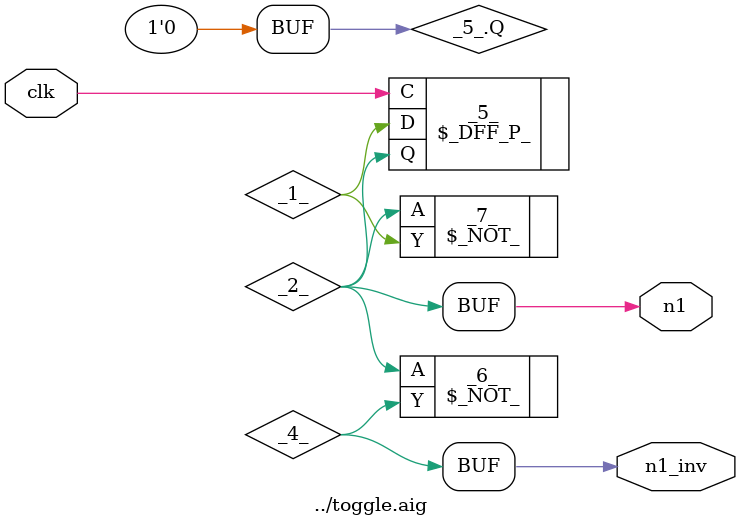
<source format=v>
/* Generated by Yosys 0.8+316 (git sha1 57c2763f, clang 4.0.1-6 -fPIC -Os) */

module \../toggle.aig (clk, n1, n1_inv);
  wire _0_;
  wire _1_;
  wire _2_;
  wire _3_;
  wire _4_;
  input clk;
  output n1;
  output n1_inv;
  \$_DFF_P_  _5_ (
    .C(clk),
    .D(_1_),
    .Q(_2_)
  );
  initial _5_.Q = 1'h0;
  \$_NOT_  _6_ (
    .A(_2_),
    .Y(_4_)
  );
  \$_NOT_  _7_ (
    .A(_2_),
    .Y(_1_)
  );
  assign _3_ = _2_;
  assign n1_inv = _4_;
  assign n1 = _3_;
endmodule

</source>
